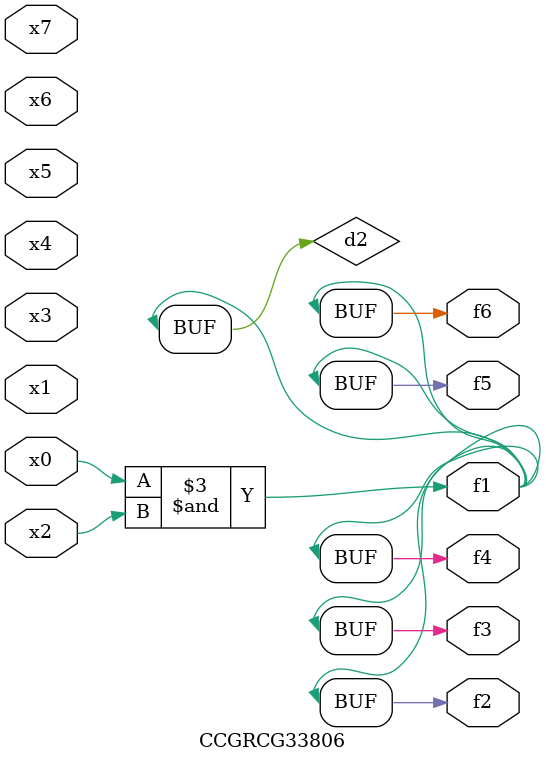
<source format=v>
module CCGRCG33806(
	input x0, x1, x2, x3, x4, x5, x6, x7,
	output f1, f2, f3, f4, f5, f6
);

	wire d1, d2;

	nor (d1, x3, x6);
	and (d2, x0, x2);
	assign f1 = d2;
	assign f2 = d2;
	assign f3 = d2;
	assign f4 = d2;
	assign f5 = d2;
	assign f6 = d2;
endmodule

</source>
